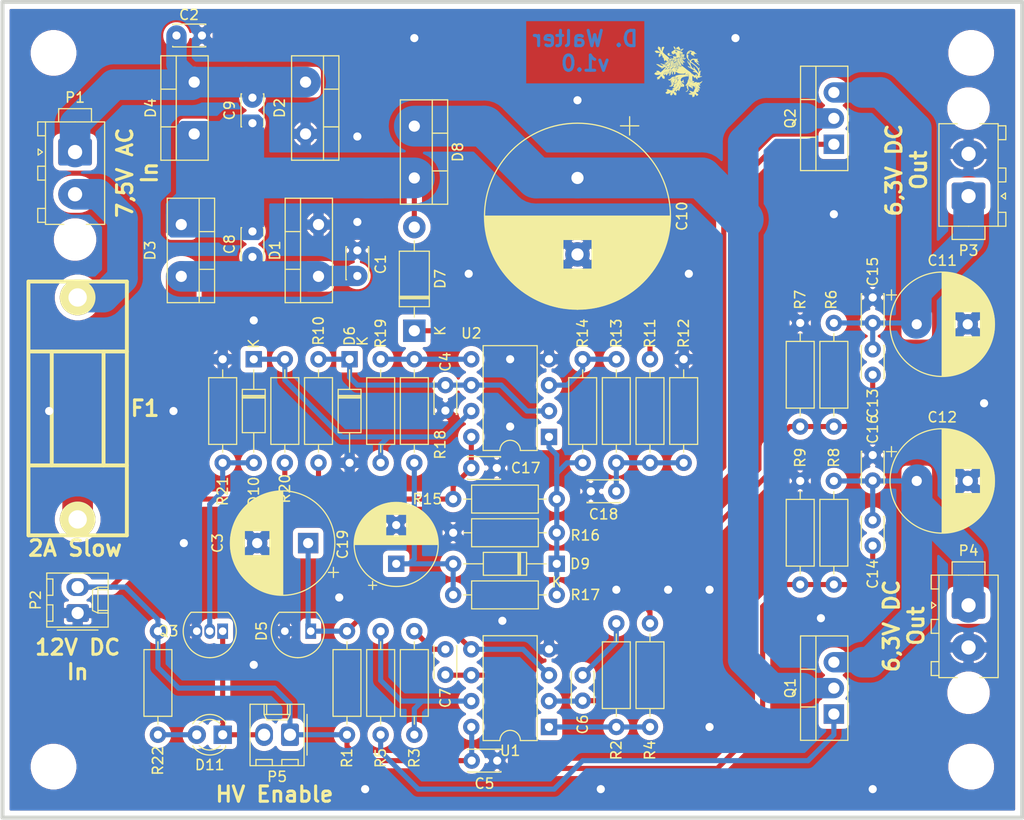
<source format=kicad_pcb>
(kicad_pcb (version 20171130) (host pcbnew "(5.1.4)-1")
  (layers (0 F.Cu signal) (31 B.Cu signal) (34 B.Paste user) (35 F.Paste user) (36 B.SilkS user) (37 F.SilkS user) (38 B.Mask user) (39 F.Mask user) (44 Edge.Cuts user))
  (net 0 "")
  (net 1 "Net-(C1-Pad1)")
  (net 2 GND)
  (net 3 "Net-(C2-Pad2)")
  (net 4 +12V)
  (net 5 "Net-(C6-Pad1)")
  (net 6 "Net-(C13-Pad1)")
  (net 7 "Net-(C7-Pad1)")
  (net 8 "Net-(C14-Pad1)")
  (net 9 "Net-(C11-Pad1)")
  (net 10 "Net-(C12-Pad1)")
  (net 11 "Net-(R2-Pad2)")
  (net 12 "Net-(R3-Pad2)")
  (net 13 /Reference)
  (net 14 /V_Unreg)
  (net 15 "Net-(Q1-Pad1)")
  (net 16 "Net-(Q2-Pad1)")
  (net 17 /Vref)
  (net 18 "Net-(C8-Pad2)")
  (net 19 "Net-(C18-Pad1)")
  (net 20 "Net-(C19-Pad1)")
  (net 21 "Net-(D7-Pad1)")
  (net 22 "Net-(D9-Pad1)")
  (net 23 "Net-(D10-Pad2)")
  (net 24 "Net-(D10-Pad1)")
  (net 25 "Net-(D11-Pad2)")
  (net 26 "Net-(D11-Pad1)")
  (net 27 "Net-(R13-Pad1)")
  (net 28 "Net-(R18-Pad2)")
  (net 29 "Net-(F1-Pad2)")
  (module Loewe:Loewe_Klein (layer F.Cu) (at 125.857 45.72)
    (fp_text reference G*** hide)
    (fp_text value LOGO hide)
  )
  (module Resistor_THT:R_Axial_DIN0207_L6.3mm_D2.5mm_P10.16mm_Horizontal (layer F.Cu) (at 74.803 100.584 270)
    (fp_text reference R22 (at 12.7 0 90) (layer F.SilkS))
    (fp_text value 47k)
    (pad 2 thru_hole oval (at 10.16 0 270) (size 1.6 1.6) (drill 0.8) (layers *.Cu *.Mask) (net 25 "Net-(D11-Pad2)"))
    (pad 1 thru_hole circle (at 0 0 270) (size 1.6 1.6) (drill 0.8) (layers *.Cu *.Mask) (net 4 +12V))
  )
  (module w_misc_comp:fuse_holder_CQ-2 (layer F.Cu) (at 66.929 78.74 180)
    (fp_text reference F1 (at -6.604 0) (layer F.SilkS) (effects (font (size 1.524 1.524) (thickness 0.3048))))
    (fp_text value "2A Slow" (at 0.254 -13.716) (layer F.SilkS) (effects (font (size 1.524 1.524) (thickness 0.3048))))
    (pad 2 thru_hole circle (at 0 10.8839 180) (size 3.50012 3.50012) (drill 1.80086) (layers *.Cu *.Mask F.SilkS) (net 29 "Net-(F1-Pad2)"))
    (pad 1 thru_hole circle (at 0 -10.8839 180) (size 3.50012 3.50012) (drill 1.80086) (layers *.Cu *.Mask F.SilkS) (net 1 "Net-(C1-Pad1)"))
  )
  (module Package_DIP:DIP-8_W7.62mm (layer F.Cu) (at 113.157 109.982 180)
    (fp_text reference U1 (at 3.81 -2.33) (layer F.SilkS))
    (fp_text value TL072)
    (pad 8 thru_hole oval (at 7.62 0 180) (size 1.6 1.6) (drill 0.8) (layers *.Cu *.Mask) (net 4 +12V))
    (pad 4 thru_hole oval (at 0 7.62 180) (size 1.6 1.6) (drill 0.8) (layers *.Cu *.Mask) (net 2 GND))
    (pad 7 thru_hole oval (at 7.62 2.54 180) (size 1.6 1.6) (drill 0.8) (layers *.Cu *.Mask) (net 12 "Net-(R3-Pad2)"))
    (pad 3 thru_hole oval (at 0 5.08 180) (size 1.6 1.6) (drill 0.8) (layers *.Cu *.Mask) (net 13 /Reference))
    (pad 6 thru_hole oval (at 7.62 5.08 180) (size 1.6 1.6) (drill 0.8) (layers *.Cu *.Mask) (net 8 "Net-(C14-Pad1)"))
    (pad 2 thru_hole oval (at 0 2.54 180) (size 1.6 1.6) (drill 0.8) (layers *.Cu *.Mask) (net 6 "Net-(C13-Pad1)"))
    (pad 5 thru_hole oval (at 7.62 7.62 180) (size 1.6 1.6) (drill 0.8) (layers *.Cu *.Mask) (net 13 /Reference))
    (pad 1 thru_hole rect (at 0 0 180) (size 1.6 1.6) (drill 0.8) (layers *.Cu *.Mask) (net 11 "Net-(R2-Pad2)"))
  )
  (module Diode_THT:D_DO-35_SOD27_P10.16mm_Horizontal (layer F.Cu) (at 84.201 73.914 270)
    (fp_text reference D10 (at 12.954 0 90) (layer F.SilkS))
    (fp_text value ZD5V6)
    (fp_text user K (at -1.524 0 90) (layer F.SilkS))
    (pad 2 thru_hole oval (at 10.16 0 270) (size 1.6 1.6) (drill 0.8) (layers *.Cu *.Mask) (net 23 "Net-(D10-Pad2)"))
    (pad 1 thru_hole rect (at 0 0 270) (size 1.6 1.6) (drill 0.8) (layers *.Cu *.Mask) (net 24 "Net-(D10-Pad1)"))
  )
  (module Diode_THT:D_DO-35_SOD27_P10.16mm_Horizontal (layer F.Cu) (at 113.919 93.98 180)
    (fp_text reference D9 (at -2.286 0) (layer F.SilkS))
    (fp_text value 1N4148)
    (fp_text user K (at 0 -1.8) (layer F.SilkS))
    (pad 2 thru_hole oval (at 10.16 0 180) (size 1.6 1.6) (drill 0.8) (layers *.Cu *.Mask) (net 20 "Net-(C19-Pad1)"))
    (pad 1 thru_hole rect (at 0 0 180) (size 1.6 1.6) (drill 0.8) (layers *.Cu *.Mask) (net 22 "Net-(D9-Pad1)"))
  )
  (module Diode_THT:D_DO-35_SOD27_P10.16mm_Horizontal (layer F.Cu) (at 93.599 73.914 270)
    (fp_text reference D6 (at -2.286 0 90) (layer F.SilkS))
    (fp_text value ZD3V9)
    (fp_text user K (at -1.778 -1.27 90) (layer F.SilkS))
    (pad 2 thru_hole oval (at 10.16 0 270) (size 1.6 1.6) (drill 0.8) (layers *.Cu *.Mask) (net 2 GND))
    (pad 1 thru_hole rect (at 0 0 270) (size 1.6 1.6) (drill 0.8) (layers *.Cu *.Mask) (net 17 /Vref))
  )
  (module EuroBoard_Outline:EuroBoard_halb_Type-I_100mmX80mm_holes (layer F.Cu) (at 59.563 118.872)
    (fp_text reference REF** hide)
    (fp_text value EuroBoard_halb_Type-I_100mmX80mm_holes)
    (fp_line (start 99.9998 0) (end 0 0) (layer Edge.Cuts) (width 0.381))
    (fp_line (start 99.9998 -79.99984) (end 99.9998 0) (layer Edge.Cuts) (width 0.381))
    (fp_line (start 0 -79.99984) (end 99.9998 -79.99984) (layer Edge.Cuts) (width 0.381))
    (fp_line (start 0 0) (end 0 -79.99984) (layer Edge.Cuts) (width 0.381))
    (pad "" np_thru_hole circle (at 95.00108 -5.00126) (size 3.50012 3.50012) (drill 3.50012) (layers *.Cu *.Mask))
    (pad "" np_thru_hole circle (at 95.00108 -75.00112) (size 3.50012 3.50012) (drill 3.50012) (layers *.Cu *.Mask))
    (pad "" np_thru_hole circle (at 5.00126 -75.00112) (size 3.50012 3.50012) (drill 3.50012) (layers *.Cu *.Mask))
    (pad "" np_thru_hole circle (at 5.00126 -5.00126) (size 3.50012 3.50012) (drill 3.50012) (layers *.Cu *.Mask))
  )
  (module Package_DIP:DIP-8_W7.62mm (layer F.Cu) (at 113.157 81.534 180)
    (fp_text reference U2 (at 7.62 10.16) (layer F.SilkS))
    (fp_text value LM393)
    (pad 8 thru_hole oval (at 7.62 0 180) (size 1.6 1.6) (drill 0.8) (layers *.Cu *.Mask) (net 4 +12V))
    (pad 4 thru_hole oval (at 0 7.62 180) (size 1.6 1.6) (drill 0.8) (layers *.Cu *.Mask) (net 2 GND))
    (pad 7 thru_hole oval (at 7.62 2.54 180) (size 1.6 1.6) (drill 0.8) (layers *.Cu *.Mask) (net 24 "Net-(D10-Pad1)"))
    (pad 3 thru_hole oval (at 0 5.08 180) (size 1.6 1.6) (drill 0.8) (layers *.Cu *.Mask) (net 27 "Net-(R13-Pad1)"))
    (pad 6 thru_hole oval (at 7.62 5.08 180) (size 1.6 1.6) (drill 0.8) (layers *.Cu *.Mask) (net 17 /Vref))
    (pad 2 thru_hole oval (at 0 2.54 180) (size 1.6 1.6) (drill 0.8) (layers *.Cu *.Mask) (net 17 /Vref))
    (pad 5 thru_hole oval (at 7.62 7.62 180) (size 1.6 1.6) (drill 0.8) (layers *.Cu *.Mask) (net 28 "Net-(R18-Pad2)"))
    (pad 1 thru_hole rect (at 0 0 180) (size 1.6 1.6) (drill 0.8) (layers *.Cu *.Mask) (net 22 "Net-(D9-Pad1)"))
  )
  (module Resistor_THT:R_Axial_DIN0207_L6.3mm_D2.5mm_P10.16mm_Horizontal (layer F.Cu) (at 81.153 84.074 90)
    (fp_text reference R21 (at -2.794 0 90) (layer F.SilkS))
    (fp_text value 10K)
    (pad 2 thru_hole oval (at 10.16 0 90) (size 1.6 1.6) (drill 0.8) (layers *.Cu *.Mask) (net 2 GND))
    (pad 1 thru_hole circle (at 0 0 90) (size 1.6 1.6) (drill 0.8) (layers *.Cu *.Mask) (net 23 "Net-(D10-Pad2)"))
  )
  (module Resistor_THT:R_Axial_DIN0207_L6.3mm_D2.5mm_P10.16mm_Horizontal (layer F.Cu) (at 87.249 84.074 90)
    (fp_text reference R20 (at -2.54 0 90) (layer F.SilkS))
    (fp_text value 10K)
    (pad 2 thru_hole oval (at 10.16 0 90) (size 1.6 1.6) (drill 0.8) (layers *.Cu *.Mask) (net 24 "Net-(D10-Pad1)"))
    (pad 1 thru_hole circle (at 0 0 90) (size 1.6 1.6) (drill 0.8) (layers *.Cu *.Mask) (net 4 +12V))
  )
  (module Resistor_THT:R_Axial_DIN0207_L6.3mm_D2.5mm_P10.16mm_Horizontal (layer F.Cu) (at 96.647 73.914 270)
    (fp_text reference R19 (at -2.54 0 90) (layer F.SilkS))
    (fp_text value 5M1)
    (pad 2 thru_hole oval (at 10.16 0 270) (size 1.6 1.6) (drill 0.8) (layers *.Cu *.Mask) (net 24 "Net-(D10-Pad1)"))
    (pad 1 thru_hole circle (at 0 0 270) (size 1.6 1.6) (drill 0.8) (layers *.Cu *.Mask) (net 28 "Net-(R18-Pad2)"))
  )
  (module Resistor_THT:R_Axial_DIN0207_L6.3mm_D2.5mm_P10.16mm_Horizontal (layer F.Cu) (at 99.949 84.074 90)
    (fp_text reference R18 (at 1.778 2.54 90) (layer F.SilkS))
    (fp_text value 10K)
    (pad 2 thru_hole oval (at 10.16 0 90) (size 1.6 1.6) (drill 0.8) (layers *.Cu *.Mask) (net 28 "Net-(R18-Pad2)"))
    (pad 1 thru_hole circle (at 0 0 90) (size 1.6 1.6) (drill 0.8) (layers *.Cu *.Mask) (net 20 "Net-(C19-Pad1)"))
  )
  (module Resistor_THT:R_Axial_DIN0207_L6.3mm_D2.5mm_P10.16mm_Horizontal (layer F.Cu) (at 113.919 97.028 180)
    (fp_text reference R17 (at -2.794 0) (layer F.SilkS))
    (fp_text value 470K)
    (pad 2 thru_hole oval (at 10.16 0 180) (size 1.6 1.6) (drill 0.8) (layers *.Cu *.Mask) (net 20 "Net-(C19-Pad1)"))
    (pad 1 thru_hole circle (at 0 0 180) (size 1.6 1.6) (drill 0.8) (layers *.Cu *.Mask) (net 22 "Net-(D9-Pad1)"))
  )
  (module Resistor_THT:R_Axial_DIN0207_L6.3mm_D2.5mm_P10.16mm_Horizontal (layer F.Cu) (at 103.759 90.932)
    (fp_text reference R16 (at 12.954 0.254) (layer F.SilkS))
    (fp_text value 10K)
    (pad 2 thru_hole oval (at 10.16 0) (size 1.6 1.6) (drill 0.8) (layers *.Cu *.Mask) (net 22 "Net-(D9-Pad1)"))
    (pad 1 thru_hole circle (at 0 0) (size 1.6 1.6) (drill 0.8) (layers *.Cu *.Mask) (net 2 GND))
  )
  (module Resistor_THT:R_Axial_DIN0207_L6.3mm_D2.5mm_P10.16mm_Horizontal (layer F.Cu) (at 113.919 87.63 180)
    (fp_text reference R15 (at 12.7 0) (layer F.SilkS))
    (fp_text value 10K)
    (pad 2 thru_hole oval (at 10.16 0 180) (size 1.6 1.6) (drill 0.8) (layers *.Cu *.Mask) (net 4 +12V))
    (pad 1 thru_hole circle (at 0 0 180) (size 1.6 1.6) (drill 0.8) (layers *.Cu *.Mask) (net 22 "Net-(D9-Pad1)"))
  )
  (module Resistor_THT:R_Axial_DIN0207_L6.3mm_D2.5mm_P10.16mm_Horizontal (layer F.Cu) (at 116.459 84.074 90)
    (fp_text reference R14 (at 12.7 0 90) (layer F.SilkS))
    (fp_text value 1M)
    (pad 2 thru_hole oval (at 10.16 0 90) (size 1.6 1.6) (drill 0.8) (layers *.Cu *.Mask) (net 27 "Net-(R13-Pad1)"))
    (pad 1 thru_hole circle (at 0 0 90) (size 1.6 1.6) (drill 0.8) (layers *.Cu *.Mask) (net 22 "Net-(D9-Pad1)"))
  )
  (module Resistor_THT:R_Axial_DIN0207_L6.3mm_D2.5mm_P10.16mm_Horizontal (layer F.Cu) (at 119.761 73.914 270)
    (fp_text reference R13 (at -2.54 0 90) (layer F.SilkS))
    (fp_text value 10K)
    (pad 2 thru_hole oval (at 10.16 0 270) (size 1.6 1.6) (drill 0.8) (layers *.Cu *.Mask) (net 19 "Net-(C18-Pad1)"))
    (pad 1 thru_hole circle (at 0 0 270) (size 1.6 1.6) (drill 0.8) (layers *.Cu *.Mask) (net 27 "Net-(R13-Pad1)"))
  )
  (module Resistor_THT:R_Axial_DIN0207_L6.3mm_D2.5mm_P10.16mm_Horizontal (layer F.Cu) (at 126.365 84.074 90)
    (fp_text reference R12 (at 12.7 0 90) (layer F.SilkS))
    (fp_text value 100K)
    (pad 2 thru_hole oval (at 10.16 0 90) (size 1.6 1.6) (drill 0.8) (layers *.Cu *.Mask) (net 2 GND))
    (pad 1 thru_hole circle (at 0 0 90) (size 1.6 1.6) (drill 0.8) (layers *.Cu *.Mask) (net 19 "Net-(C18-Pad1)"))
  )
  (module Resistor_THT:R_Axial_DIN0207_L6.3mm_D2.5mm_P10.16mm_Horizontal (layer F.Cu) (at 123.063 73.914 270)
    (fp_text reference R11 (at -2.54 0 90) (layer F.SilkS))
    (fp_text value 82K)
    (pad 2 thru_hole oval (at 10.16 0 270) (size 1.6 1.6) (drill 0.8) (layers *.Cu *.Mask) (net 19 "Net-(C18-Pad1)"))
    (pad 1 thru_hole circle (at 0 0 270) (size 1.6 1.6) (drill 0.8) (layers *.Cu *.Mask) (net 21 "Net-(D7-Pad1)"))
  )
  (module Resistor_THT:R_Axial_DIN0207_L6.3mm_D2.5mm_P10.16mm_Horizontal (layer F.Cu) (at 90.551 84.074 90)
    (fp_text reference R10 (at 12.954 0 90) (layer F.SilkS))
    (fp_text value 4K7)
    (pad 2 thru_hole oval (at 10.16 0 90) (size 1.6 1.6) (drill 0.8) (layers *.Cu *.Mask) (net 17 /Vref))
    (pad 1 thru_hole circle (at 0 0 90) (size 1.6 1.6) (drill 0.8) (layers *.Cu *.Mask) (net 4 +12V))
  )
  (module Package_TO_SOT_THT:TO-92_Inline (layer F.Cu) (at 81.153 100.584 180)
    (fp_text reference Q3 (at 5.334 0) (layer F.SilkS))
    (fp_text value BS170)
    (pad 1 thru_hole rect (at 0 0 180) (size 1.05 1.5) (drill 0.75) (layers *.Cu *.Mask) (net 26 "Net-(D11-Pad1)"))
    (pad 3 thru_hole oval (at 2.54 0 180) (size 1.05 1.5) (drill 0.75) (layers *.Cu *.Mask) (net 2 GND))
    (pad 2 thru_hole oval (at 1.27 0 180) (size 1.05 1.5) (drill 0.75) (layers *.Cu *.Mask) (net 23 "Net-(D10-Pad2)"))
  )
  (module Connector_Molex:Molex_KK-254_AE-6410-02A_1x02_P2.54mm_Vertical (layer F.Cu) (at 87.757 110.744 180)
    (fp_text reference P5 (at 1.27 -4.12) (layer F.SilkS))
    (fp_text value Relais)
    (pad 2 thru_hole oval (at 2.54 0 180) (size 1.74 2.2) (drill 1.2) (layers *.Cu *.Mask) (net 26 "Net-(D11-Pad1)"))
    (pad 1 thru_hole roundrect (at 0 0 180) (size 1.74 2.2) (drill 1.2) (layers *.Cu *.Mask) (roundrect_rratio 0.143678) (net 4 +12V))
  )
  (module LED_THT:LED_D3.0mm (layer F.Cu) (at 81.153 110.744 180)
    (fp_text reference D11 (at 1.27 -2.96) (layer F.SilkS))
    (fp_text value LED)
    (pad 2 thru_hole circle (at 2.54 0 180) (size 1.8 1.8) (drill 0.9) (layers *.Cu *.Mask) (net 25 "Net-(D11-Pad2)"))
    (pad 1 thru_hole rect (at 0 0 180) (size 1.8 1.8) (drill 0.9) (layers *.Cu *.Mask) (net 26 "Net-(D11-Pad1)"))
  )
  (module Package_TO_SOT_THT:TO-220-2_Vertical (layer F.Cu) (at 99.949 51.054 270)
    (fp_text reference D8 (at 2.54 -4.27 90) (layer F.SilkS))
    (fp_text value 18TQ045)
    (pad 2 thru_hole oval (at 5.08 0 270) (size 2 2) (drill 1.1) (layers *.Cu *.Mask) (net 18 "Net-(C8-Pad2)"))
    (pad 1 thru_hole rect (at 0 0 270) (size 2 2) (drill 1.1) (layers *.Cu *.Mask) (net 14 /V_Unreg))
  )
  (module Diode_THT:D_DO-41_SOD81_P10.16mm_Horizontal (layer F.Cu) (at 99.949 71.12 90)
    (fp_text reference D7 (at 5.08 2.54 90) (layer F.SilkS))
    (fp_text value SB190)
    (fp_text user K (at 0 2.54 90) (layer F.SilkS))
    (pad 2 thru_hole oval (at 10.16 0 90) (size 2.2 2.2) (drill 1.1) (layers *.Cu *.Mask) (net 18 "Net-(C8-Pad2)"))
    (pad 1 thru_hole rect (at 0 0 90) (size 2.2 2.2) (drill 1.1) (layers *.Cu *.Mask) (net 21 "Net-(D7-Pad1)"))
  )
  (module Capacitor_THT:CP_Radial_D8.0mm_P3.80mm (layer F.Cu) (at 98.171 93.98 90)
    (fp_text reference C19 (at 1.9 -5.25 90) (layer F.SilkS))
    (fp_text value "47µF / 16V")
    (pad 2 thru_hole circle (at 3.8 0 90) (size 1.6 1.6) (drill 0.8) (layers *.Cu *.Mask) (net 2 GND))
    (pad 1 thru_hole rect (at 0 0 90) (size 1.6 1.6) (drill 0.8) (layers *.Cu *.Mask) (net 20 "Net-(C19-Pad1)"))
  )
  (module Capacitor_THT:C_Disc_D3.0mm_W2.0mm_P2.50mm (layer F.Cu) (at 119.761 86.868 180)
    (fp_text reference C18 (at 1.25 -2.25) (layer F.SilkS))
    (fp_text value "1µF / 16V")
    (pad 2 thru_hole circle (at 2.5 0 180) (size 1.6 1.6) (drill 0.8) (layers *.Cu *.Mask) (net 2 GND))
    (pad 1 thru_hole circle (at 0 0 180) (size 1.6 1.6) (drill 0.8) (layers *.Cu *.Mask) (net 19 "Net-(C18-Pad1)"))
  )
  (module Capacitor_THT:C_Disc_D3.0mm_W2.0mm_P2.50mm (layer F.Cu) (at 105.537 84.582)
    (fp_text reference C17 (at 5.334 0) (layer F.SilkS))
    (fp_text value "100nF / 63V")
    (pad 2 thru_hole circle (at 2.5 0) (size 1.6 1.6) (drill 0.8) (layers *.Cu *.Mask) (net 2 GND))
    (pad 1 thru_hole circle (at 0 0) (size 1.6 1.6) (drill 0.8) (layers *.Cu *.Mask) (net 4 +12V))
  )
  (module Capacitor_THT:C_Disc_D3.0mm_W2.0mm_P2.50mm (layer F.Cu) (at 102.997 76.454 270)
    (fp_text reference C4 (at -2.286 0 90) (layer F.SilkS))
    (fp_text value "100nF / 63V")
    (pad 2 thru_hole circle (at 2.5 0 270) (size 1.6 1.6) (drill 0.8) (layers *.Cu *.Mask) (net 2 GND))
    (pad 1 thru_hole circle (at 0 0 270) (size 1.6 1.6) (drill 0.8) (layers *.Cu *.Mask) (net 17 /Vref))
  )
  (module Capacitor_THT:CP_Radial_D18.0mm_P7.50mm (layer F.Cu) (at 115.951 56.134 270)
    (fp_text reference C10 (at 3.75 -10.25 270) (layer F.SilkS))
    (fp_text value 33000µF/16V)
    (pad 2 thru_hole circle (at 7.5 0 270) (size 2.4 2.4) (drill 1.2) (layers *.Cu *.Mask) (net 2 GND))
    (pad 1 thru_hole rect (at 0 0 270) (size 2.4 2.4) (drill 1.2) (layers *.Cu *.Mask) (net 14 /V_Unreg))
  )
  (module Package_TO_SOT_THT:TO-220-3_Vertical (layer F.Cu) (at 141.097 52.832 90)
    (fp_text reference Q2 (at 2.54 -4.27 90) (layer F.SilkS))
    (fp_text value IRF540N)
    (pad 3 thru_hole oval (at 5.08 0 90) (size 1.905 2) (drill 1.1) (layers *.Cu *.Mask) (net 9 "Net-(C11-Pad1)"))
    (pad 2 thru_hole oval (at 2.54 0 90) (size 1.905 2) (drill 1.1) (layers *.Cu *.Mask) (net 14 /V_Unreg))
    (pad 1 thru_hole rect (at 0 0 90) (size 1.905 2) (drill 1.1) (layers *.Cu *.Mask) (net 16 "Net-(Q2-Pad1)"))
  )
  (module Package_TO_SOT_THT:TO-220-3_Vertical (layer F.Cu) (at 141.097 108.712 90)
    (fp_text reference Q1 (at 2.54 -4.27 90) (layer F.SilkS))
    (fp_text value IRF540N)
    (pad 3 thru_hole oval (at 5.08 0 90) (size 1.905 2) (drill 1.1) (layers *.Cu *.Mask) (net 10 "Net-(C12-Pad1)"))
    (pad 2 thru_hole oval (at 2.54 0 90) (size 1.905 2) (drill 1.1) (layers *.Cu *.Mask) (net 14 /V_Unreg))
    (pad 1 thru_hole rect (at 0 0 90) (size 1.905 2) (drill 1.1) (layers *.Cu *.Mask) (net 15 "Net-(Q1-Pad1)"))
  )
  (module Resistor_THT:R_Axial_DIN0207_L6.3mm_D2.5mm_P10.16mm_Horizontal (layer F.Cu) (at 137.795 85.852 270)
    (fp_text reference R9 (at -2.286 0 270) (layer F.SilkS))
    (fp_text value 1k)
    (pad 2 thru_hole oval (at 10.16 0 270) (size 1.6 1.6) (drill 0.8) (layers *.Cu *.Mask) (net 8 "Net-(C14-Pad1)"))
    (pad 1 thru_hole circle (at 0 0 270) (size 1.6 1.6) (drill 0.8) (layers *.Cu *.Mask) (net 2 GND))
  )
  (module Resistor_THT:R_Axial_DIN0207_L6.3mm_D2.5mm_P10.16mm_Horizontal (layer F.Cu) (at 141.097 96.012 90)
    (fp_text reference R8 (at 12.446 0 90) (layer F.SilkS))
    (fp_text value 4k12)
    (pad 2 thru_hole oval (at 10.16 0 90) (size 1.6 1.6) (drill 0.8) (layers *.Cu *.Mask) (net 10 "Net-(C12-Pad1)"))
    (pad 1 thru_hole circle (at 0 0 90) (size 1.6 1.6) (drill 0.8) (layers *.Cu *.Mask) (net 8 "Net-(C14-Pad1)"))
  )
  (module Resistor_THT:R_Axial_DIN0207_L6.3mm_D2.5mm_P10.16mm_Horizontal (layer F.Cu) (at 137.795 70.358 270)
    (fp_text reference R7 (at -2.286 0 270) (layer F.SilkS))
    (fp_text value 1k)
    (pad 2 thru_hole oval (at 10.16 0 270) (size 1.6 1.6) (drill 0.8) (layers *.Cu *.Mask) (net 6 "Net-(C13-Pad1)"))
    (pad 1 thru_hole circle (at 0 0 270) (size 1.6 1.6) (drill 0.8) (layers *.Cu *.Mask) (net 2 GND))
  )
  (module Resistor_THT:R_Axial_DIN0207_L6.3mm_D2.5mm_P10.16mm_Horizontal (layer F.Cu) (at 141.097 80.518 90)
    (fp_text reference R6 (at 12.446 -0.254 90) (layer F.SilkS))
    (fp_text value 4k12)
    (pad 2 thru_hole oval (at 10.16 0 90) (size 1.6 1.6) (drill 0.8) (layers *.Cu *.Mask) (net 9 "Net-(C11-Pad1)"))
    (pad 1 thru_hole circle (at 0 0 90) (size 1.6 1.6) (drill 0.8) (layers *.Cu *.Mask) (net 6 "Net-(C13-Pad1)"))
  )
  (module Resistor_THT:R_Axial_DIN0207_L6.3mm_D2.5mm_P10.16mm_Horizontal (layer F.Cu) (at 96.647 110.744 90)
    (fp_text reference R5 (at -2.286 0 90) (layer F.SilkS))
    (fp_text value 1k)
    (pad 2 thru_hole oval (at 10.16 0 90) (size 1.6 1.6) (drill 0.8) (layers *.Cu *.Mask) (net 12 "Net-(R3-Pad2)"))
    (pad 1 thru_hole circle (at 0 0 90) (size 1.6 1.6) (drill 0.8) (layers *.Cu *.Mask) (net 15 "Net-(Q1-Pad1)"))
  )
  (module Resistor_THT:R_Axial_DIN0207_L6.3mm_D2.5mm_P10.16mm_Horizontal (layer F.Cu) (at 123.063 99.822 270)
    (fp_text reference R4 (at 12.446 0 270) (layer F.SilkS))
    (fp_text value 1k)
    (pad 2 thru_hole oval (at 10.16 0 270) (size 1.6 1.6) (drill 0.8) (layers *.Cu *.Mask) (net 11 "Net-(R2-Pad2)"))
    (pad 1 thru_hole circle (at 0 0 270) (size 1.6 1.6) (drill 0.8) (layers *.Cu *.Mask) (net 16 "Net-(Q2-Pad1)"))
  )
  (module Resistor_THT:R_Axial_DIN0207_L6.3mm_D2.5mm_P10.16mm_Horizontal (layer F.Cu) (at 99.949 100.584 270)
    (fp_text reference R3 (at 12.446 0 270) (layer F.SilkS))
    (fp_text value 100R)
    (pad 2 thru_hole oval (at 10.16 0 270) (size 1.6 1.6) (drill 0.8) (layers *.Cu *.Mask) (net 12 "Net-(R3-Pad2)"))
    (pad 1 thru_hole circle (at 0 0 270) (size 1.6 1.6) (drill 0.8) (layers *.Cu *.Mask) (net 7 "Net-(C7-Pad1)"))
  )
  (module Resistor_THT:R_Axial_DIN0207_L6.3mm_D2.5mm_P10.16mm_Horizontal (layer F.Cu) (at 119.761 99.822 270)
    (fp_text reference R2 (at 12.446 0 270) (layer F.SilkS))
    (fp_text value 100R)
    (pad 2 thru_hole oval (at 10.16 0 270) (size 1.6 1.6) (drill 0.8) (layers *.Cu *.Mask) (net 11 "Net-(R2-Pad2)"))
    (pad 1 thru_hole circle (at 0 0 270) (size 1.6 1.6) (drill 0.8) (layers *.Cu *.Mask) (net 5 "Net-(C6-Pad1)"))
  )
  (module Resistor_THT:R_Axial_DIN0207_L6.3mm_D2.5mm_P10.16mm_Horizontal (layer F.Cu) (at 93.345 110.744 90)
    (fp_text reference R1 (at -2.286 0 90) (layer F.SilkS))
    (fp_text value 22k)
    (pad 2 thru_hole oval (at 10.16 0 90) (size 1.6 1.6) (drill 0.8) (layers *.Cu *.Mask) (net 13 /Reference))
    (pad 1 thru_hole circle (at 0 0 90) (size 1.6 1.6) (drill 0.8) (layers *.Cu *.Mask) (net 4 +12V))
  )
  (module Connector_TE-Connectivity:TE_MATE-N-LOK_1-770866-x_1x02_P4.14mm_Vertical (layer F.Cu) (at 154.305 98.044)
    (fp_text reference P4 (at 0 -5.35) (layer F.SilkS))
    (fp_text value 6V3_DC_2)
    (pad "" np_thru_hole circle (at 0 8.58) (size 3.18 3.18) (drill 3.18) (layers *.Cu *.Mask))
    (pad 2 thru_hole oval (at 0 4.14) (size 3.3 2.64) (drill 1.4) (layers *.Cu *.Mask) (net 2 GND))
    (pad 1 thru_hole roundrect (at 0 0) (size 3.3 2.64) (drill 1.4) (layers *.Cu *.Mask) (roundrect_rratio 0.094697) (net 10 "Net-(C12-Pad1)"))
  )
  (module Connector_TE-Connectivity:TE_MATE-N-LOK_1-770866-x_1x02_P4.14mm_Vertical (layer F.Cu) (at 154.305 57.912 180)
    (fp_text reference P3 (at 0 -5.35 180) (layer F.SilkS))
    (fp_text value 6V3_DC_1)
    (pad "" np_thru_hole circle (at 0 8.58 180) (size 3.18 3.18) (drill 3.18) (layers *.Cu *.Mask))
    (pad 2 thru_hole oval (at 0 4.14 180) (size 3.3 2.64) (drill 1.4) (layers *.Cu *.Mask) (net 2 GND))
    (pad 1 thru_hole roundrect (at 0 0 180) (size 3.3 2.64) (drill 1.4) (layers *.Cu *.Mask) (roundrect_rratio 0.094697) (net 9 "Net-(C11-Pad1)"))
  )
  (module Connector_Molex:Molex_KK-254_AE-6410-02A_1x02_P2.54mm_Vertical (layer F.Cu) (at 66.929 98.806 90)
    (fp_text reference P2 (at 1.27 -4.12 270) (layer F.SilkS))
    (fp_text value 12V_DC)
    (pad 2 thru_hole oval (at 2.54 0 90) (size 1.74 2.2) (drill 1.2) (layers *.Cu *.Mask) (net 4 +12V))
    (pad 1 thru_hole roundrect (at 0 0 90) (size 1.74 2.2) (drill 1.2) (layers *.Cu *.Mask) (roundrect_rratio 0.143678) (net 2 GND))
  )
  (module Connector_TE-Connectivity:TE_MATE-N-LOK_1-770866-x_1x02_P4.14mm_Vertical (layer F.Cu) (at 66.675 53.594)
    (fp_text reference P1 (at 0 -5.35) (layer F.SilkS))
    (fp_text value 7V5_AC)
    (pad "" np_thru_hole circle (at 0 8.58) (size 3.18 3.18) (drill 3.18) (layers *.Cu *.Mask))
    (pad 2 thru_hole oval (at 0 4.14) (size 3.3 2.64) (drill 1.4) (layers *.Cu *.Mask) (net 29 "Net-(F1-Pad2)"))
    (pad 1 thru_hole roundrect (at 0 0) (size 3.3 2.64) (drill 1.4) (layers *.Cu *.Mask) (roundrect_rratio 0.094697) (net 3 "Net-(C2-Pad2)"))
  )
  (module Package_TO_SOT_THT:TO-92-2 (layer F.Cu) (at 89.789 100.584 180)
    (fp_text reference D5 (at 4.826 0 270) (layer F.SilkS))
    (fp_text value LM385Z-1.2)
    (pad 1 thru_hole rect (at 0 0 180) (size 1.05 1.5) (drill 0.75) (layers *.Cu *.Mask) (net 13 /Reference))
    (pad 2 thru_hole oval (at 2.54 0 180) (size 1.05 1.5) (drill 0.75) (layers *.Cu *.Mask) (net 2 GND))
  )
  (module Package_TO_SOT_THT:TO-220-2_Vertical (layer F.Cu) (at 78.359 51.816 90)
    (fp_text reference D4 (at 2.54 -4.27 90) (layer F.SilkS))
    (fp_text value 18TQ045)
    (pad 2 thru_hole oval (at 5.08 0 90) (size 2 2) (drill 1.1) (layers *.Cu *.Mask) (net 3 "Net-(C2-Pad2)"))
    (pad 1 thru_hole rect (at 0 0 90) (size 2 2) (drill 1.1) (layers *.Cu *.Mask) (net 18 "Net-(C8-Pad2)"))
  )
  (module Package_TO_SOT_THT:TO-220-2_Vertical (layer F.Cu) (at 77.089 60.706 270)
    (fp_text reference D3 (at 2.54 3.048 270) (layer F.SilkS))
    (fp_text value 18TQ045)
    (pad 2 thru_hole oval (at 5.08 0 270) (size 2 2) (drill 1.1) (layers *.Cu *.Mask) (net 1 "Net-(C1-Pad1)"))
    (pad 1 thru_hole rect (at 0 0 270) (size 2 2) (drill 1.1) (layers *.Cu *.Mask) (net 18 "Net-(C8-Pad2)"))
  )
  (module Package_TO_SOT_THT:TO-220-2_Vertical (layer F.Cu) (at 89.281 46.736 270)
    (fp_text reference D2 (at 2.54 2.54 270) (layer F.SilkS))
    (fp_text value 18TQ045)
    (pad 2 thru_hole oval (at 5.08 0 270) (size 2 2) (drill 1.1) (layers *.Cu *.Mask) (net 2 GND))
    (pad 1 thru_hole rect (at 0 0 270) (size 2 2) (drill 1.1) (layers *.Cu *.Mask) (net 3 "Net-(C2-Pad2)"))
  )
  (module Package_TO_SOT_THT:TO-220-2_Vertical (layer F.Cu) (at 90.551 65.786 90)
    (fp_text reference D1 (at 2.54 -4.27 90) (layer F.SilkS))
    (fp_text value 18TQ045)
    (pad 2 thru_hole oval (at 5.08 0 90) (size 2 2) (drill 1.1) (layers *.Cu *.Mask) (net 2 GND))
    (pad 1 thru_hole rect (at 0 0 90) (size 2 2) (drill 1.1) (layers *.Cu *.Mask) (net 1 "Net-(C1-Pad1)"))
  )
  (module Capacitor_THT:C_Disc_D3.0mm_W2.0mm_P2.50mm (layer F.Cu) (at 144.907 83.312 270)
    (fp_text reference C16 (at -2.54 0 270) (layer F.SilkS))
    (fp_text value 100nF)
    (pad 2 thru_hole circle (at 2.5 0 270) (size 1.6 1.6) (drill 0.8) (layers *.Cu *.Mask) (net 10 "Net-(C12-Pad1)"))
    (pad 1 thru_hole circle (at 0 0 270) (size 1.6 1.6) (drill 0.8) (layers *.Cu *.Mask) (net 2 GND))
  )
  (module Capacitor_THT:C_Disc_D3.0mm_W2.0mm_P2.50mm (layer F.Cu) (at 144.907 67.858 270)
    (fp_text reference C15 (at -2.54 0 270) (layer F.SilkS))
    (fp_text value 100nF)
    (pad 2 thru_hole circle (at 2.5 0 270) (size 1.6 1.6) (drill 0.8) (layers *.Cu *.Mask) (net 9 "Net-(C11-Pad1)"))
    (pad 1 thru_hole circle (at 0 0 270) (size 1.6 1.6) (drill 0.8) (layers *.Cu *.Mask) (net 2 GND))
  )
  (module Capacitor_THT:C_Disc_D3.0mm_W2.0mm_P2.50mm (layer F.Cu) (at 144.907 92.202 90)
    (fp_text reference C14 (at -2.794 0 90) (layer F.SilkS))
    (fp_text value 1nF)
    (pad 2 thru_hole circle (at 2.5 0 90) (size 1.6 1.6) (drill 0.8) (layers *.Cu *.Mask) (net 10 "Net-(C12-Pad1)"))
    (pad 1 thru_hole circle (at 0 0 90) (size 1.6 1.6) (drill 0.8) (layers *.Cu *.Mask) (net 8 "Net-(C14-Pad1)"))
  )
  (module Capacitor_THT:C_Disc_D3.0mm_W2.0mm_P2.50mm (layer F.Cu) (at 144.907 75.438 90)
    (fp_text reference C13 (at -2.794 0 90) (layer F.SilkS))
    (fp_text value 1nF)
    (pad 2 thru_hole circle (at 2.5 0 90) (size 1.6 1.6) (drill 0.8) (layers *.Cu *.Mask) (net 9 "Net-(C11-Pad1)"))
    (pad 1 thru_hole circle (at 0 0 90) (size 1.6 1.6) (drill 0.8) (layers *.Cu *.Mask) (net 6 "Net-(C13-Pad1)"))
  )
  (module Capacitor_THT:CP_Radial_D10.0mm_P5.00mm (layer F.Cu) (at 149.225 85.852)
    (fp_text reference C12 (at 2.5 -6.25) (layer F.SilkS))
    (fp_text value 680µF)
    (pad 2 thru_hole circle (at 5 0) (size 2 2) (drill 1) (layers *.Cu *.Mask) (net 2 GND))
    (pad 1 thru_hole rect (at 0 0) (size 2 2) (drill 1) (layers *.Cu *.Mask) (net 10 "Net-(C12-Pad1)"))
  )
  (module Capacitor_THT:CP_Radial_D10.0mm_P5.00mm (layer F.Cu) (at 149.225 70.485)
    (fp_text reference C11 (at 2.5 -6.25) (layer F.SilkS))
    (fp_text value 680µF)
    (pad 2 thru_hole circle (at 5 0) (size 2 2) (drill 1) (layers *.Cu *.Mask) (net 2 GND))
    (pad 1 thru_hole rect (at 0 0) (size 2 2) (drill 1) (layers *.Cu *.Mask) (net 9 "Net-(C11-Pad1)"))
  )
  (module Capacitor_THT:C_Disc_D3.0mm_W2.0mm_P2.50mm (layer F.Cu) (at 84.074 50.76 90)
    (fp_text reference C9 (at 1.25 -2.25 90) (layer F.SilkS))
    (fp_text value 22nF)
    (pad 2 thru_hole circle (at 2.5 0 90) (size 1.6 1.6) (drill 0.8) (layers *.Cu *.Mask) (net 3 "Net-(C2-Pad2)"))
    (pad 1 thru_hole circle (at 0 0 90) (size 1.6 1.6) (drill 0.8) (layers *.Cu *.Mask) (net 18 "Net-(C8-Pad2)"))
  )
  (module Capacitor_THT:C_Disc_D3.0mm_W2.0mm_P2.50mm (layer F.Cu) (at 84.074 63.881 90)
    (fp_text reference C8 (at 1.25 -2.25 90) (layer F.SilkS))
    (fp_text value 22nF)
    (pad 2 thru_hole circle (at 2.5 0 90) (size 1.6 1.6) (drill 0.8) (layers *.Cu *.Mask) (net 18 "Net-(C8-Pad2)"))
    (pad 1 thru_hole circle (at 0 0 90) (size 1.6 1.6) (drill 0.8) (layers *.Cu *.Mask) (net 1 "Net-(C1-Pad1)"))
  )
  (module Capacitor_THT:C_Disc_D3.0mm_W2.0mm_P2.50mm (layer F.Cu) (at 102.997 102.362 270)
    (fp_text reference C7 (at 4.786 0 270) (layer F.SilkS))
    (fp_text value 1nF)
    (pad 2 thru_hole circle (at 2.5 0 270) (size 1.6 1.6) (drill 0.8) (layers *.Cu *.Mask) (net 8 "Net-(C14-Pad1)"))
    (pad 1 thru_hole circle (at 0 0 270) (size 1.6 1.6) (drill 0.8) (layers *.Cu *.Mask) (net 7 "Net-(C7-Pad1)"))
  )
  (module Capacitor_THT:C_Disc_D3.0mm_W2.0mm_P2.50mm (layer F.Cu) (at 116.459 104.902 270)
    (fp_text reference C6 (at 4.826 0 270) (layer F.SilkS))
    (fp_text value 1nF)
    (pad 2 thru_hole circle (at 2.5 0 270) (size 1.6 1.6) (drill 0.8) (layers *.Cu *.Mask) (net 6 "Net-(C13-Pad1)"))
    (pad 1 thru_hole circle (at 0 0 270) (size 1.6 1.6) (drill 0.8) (layers *.Cu *.Mask) (net 5 "Net-(C6-Pad1)"))
  )
  (module Capacitor_THT:C_Disc_D3.0mm_W2.0mm_P2.50mm (layer F.Cu) (at 108.077 113.284 180)
    (fp_text reference C5 (at 1.25 -2.25 180) (layer F.SilkS))
    (fp_text value 100nF)
    (pad 2 thru_hole circle (at 2.5 0 180) (size 1.6 1.6) (drill 0.8) (layers *.Cu *.Mask) (net 4 +12V))
    (pad 1 thru_hole circle (at 0 0 180) (size 1.6 1.6) (drill 0.8) (layers *.Cu *.Mask) (net 2 GND))
  )
  (module Capacitor_THT:CP_Radial_D10.0mm_P5.00mm (layer F.Cu) (at 89.535 91.948 180)
    (fp_text reference C3 (at 8.89 0 270) (layer F.SilkS))
    (fp_text value 680µF/16V)
    (pad 2 thru_hole circle (at 5 0 180) (size 2 2) (drill 1) (layers *.Cu *.Mask) (net 2 GND))
    (pad 1 thru_hole rect (at 0 0 180) (size 2 2) (drill 1) (layers *.Cu *.Mask) (net 13 /Reference))
  )
  (module Capacitor_THT:C_Disc_D3.0mm_W2.0mm_P2.50mm (layer F.Cu) (at 79.121 42.164 180)
    (fp_text reference C2 (at 1.27 2.032 180) (layer F.SilkS))
    (fp_text value 22nF)
    (pad 2 thru_hole circle (at 2.5 0 180) (size 1.6 1.6) (drill 0.8) (layers *.Cu *.Mask) (net 3 "Net-(C2-Pad2)"))
    (pad 1 thru_hole circle (at 0 0 180) (size 1.6 1.6) (drill 0.8) (layers *.Cu *.Mask) (net 2 GND))
  )
  (module Capacitor_THT:C_Disc_D3.0mm_W2.0mm_P2.50mm (layer F.Cu) (at 94.361 65.746 90)
    (fp_text reference C1 (at 1.143 2.286 90) (layer F.SilkS))
    (fp_text value 22nF)
    (pad 2 thru_hole circle (at 2.5 0 90) (size 1.6 1.6) (drill 0.8) (layers *.Cu *.Mask) (net 2 GND))
    (pad 1 thru_hole circle (at 0 0 90) (size 1.6 1.6) (drill 0.8) (layers *.Cu *.Mask) (net 1 "Net-(C1-Pad1)"))
  )
  (gr_text "6,3V DC\nOut" (at 147.955 100.076 90) (layer F.SilkS) (effects (font (size 1.5 1.5) (thickness 0.3))))
  (gr_text "6,3V DC\nOut" (at 148.209 55.372 90) (layer F.SilkS) (effects (font (size 1.5 1.5) (thickness 0.3))))
  (gr_text "7,5V AC\nIn" (at 72.771 55.626 90) (layer F.SilkS) (effects (font (size 1.5 1.5) (thickness 0.3))))
  (gr_text "HV Enable" (at 86.233 116.586) (layer F.SilkS) (effects (font (size 1.5 1.5) (thickness 0.3))))
  (gr_text "12V DC\nIn" (at 66.929 103.378) (layer F.SilkS) (effects (font (size 1.5 1.5) (thickness 0.3))))
  (gr_text "D. Walter\nv1.0" (at 116.713 43.688) (layer B.Cu) (effects (font (size 1.5 1.5) (thickness 0.3)) (justify mirror)))
  (segment (start 90.591 65.746) (end 90.551 65.786) (width 2) (layer B.Cu) (net 1))
  (segment (start 94.361 65.746) (end 90.591 65.746) (width 2) (layer B.Cu) (net 1))
  (segment (start 84.074 65.405) (end 83.693 65.786) (width 2) (layer B.Cu) (net 1))
  (segment (start 84.074 63.881) (end 84.074 65.405) (width 2) (layer B.Cu) (net 1))
  (segment (start 77.089 65.786) (end 83.693 65.786) (width 3) (layer B.Cu) (net 1))
  (segment (start 83.693 65.786) (end 90.551 65.786) (width 3) (layer B.Cu) (net 1))
  (segment (start 77.089 71.374) (end 77.089 65.786) (width 3) (layer F.Cu) (net 1))
  (segment (start 66.929 89.6239) (end 66.929 81.534) (width 3) (layer F.Cu) (net 1))
  (segment (start 66.929 81.534) (end 77.089 71.374) (width 3) (layer F.Cu) (net 1))
  (via (at 119.761 96.52) (size 1.5) (drill 0.8) (layers F.Cu B.Cu) (net 2))
  (via (at 124.841 96.52) (size 1.5) (drill 0.8) (layers F.Cu B.Cu) (net 2))
  (via (at 128.905 96.52) (size 1.5) (drill 0.8) (layers F.Cu B.Cu) (net 2))
  (via (at 92.583 97.282) (size 1.5) (drill 0.8) (layers F.Cu B.Cu) (net 2))
  (via (at 76.327 78.994) (size 1.5) (drill 0.8) (layers F.Cu B.Cu) (net 2))
  (via (at 94.361 60.452) (size 1.5) (drill 0.8) (layers F.Cu B.Cu) (net 2))
  (via (at 94.361 52.07) (size 1.5) (drill 0.8) (layers F.Cu B.Cu) (net 2))
  (via (at 105.283 65.532) (size 1.5) (drill 0.8) (layers F.Cu B.Cu) (net 2))
  (via (at 109.347 73.914) (size 1.5) (drill 0.8) (layers F.Cu B.Cu) (net 2))
  (via (at 109.347 80.518) (size 1.5) (drill 0.8) (layers F.Cu B.Cu) (net 2))
  (via (at 108.585 99.568) (size 1.5) (drill 0.8) (layers F.Cu B.Cu) (net 2))
  (via (at 126.873 65.532) (size 1.5) (drill 0.8) (layers F.Cu B.Cu) (net 2))
  (via (at 115.951 48.514) (size 1.5) (drill 0.8) (layers F.Cu B.Cu) (net 2))
  (via (at 141.097 59.69) (size 1.5) (drill 0.8) (layers F.Cu B.Cu) (net 2))
  (via (at 155.829 78.232) (size 1.5) (drill 0.8) (layers F.Cu B.Cu) (net 2))
  (via (at 144.907 116.078) (size 1.5) (drill 0.8) (layers F.Cu B.Cu) (net 2))
  (via (at 139.827 99.314) (size 1.5) (drill 0.8) (layers F.Cu B.Cu) (net 2))
  (via (at 128.905 109.982) (size 1.5) (drill 0.8) (layers F.Cu B.Cu) (net 2))
  (via (at 84.201 103.886) (size 1.5) (drill 0.8) (layers F.Cu B.Cu) (net 2))
  (via (at 99.949 42.418) (size 1.5) (drill 0.8) (layers F.Cu B.Cu) (net 2))
  (via (at 131.445 42.418) (size 1.5) (drill 0.8) (layers F.Cu B.Cu) (net 2))
  (via (at 64.135 78.994) (size 1.5) (drill 0.8) (layers F.Cu B.Cu) (net 2))
  (via (at 84.201 70.104) (size 1.5) (drill 0.8) (layers F.Cu B.Cu) (net 2))
  (via (at 118.237 116.078) (size 1.5) (drill 0.8) (layers F.Cu B.Cu) (net 2))
  (via (at 95.123 116.078) (size 1.5) (drill 0.8) (layers F.Cu B.Cu) (net 2))
  (via (at 77.343 91.948) (size 1.5) (drill 0.8) (layers F.Cu B.Cu) (net 2))
  (segment (start 76.621 44.998) (end 78.359 46.736) (width 2) (layer B.Cu) (net 3))
  (segment (start 76.621 42.164) (end 76.621 44.998) (width 2) (layer B.Cu) (net 3))
  (segment (start 78.105 46.99) (end 78.359 46.736) (width 3) (layer B.Cu) (net 3))
  (segment (start 70.485 46.99) (end 78.105 46.99) (width 3) (layer B.Cu) (net 3))
  (segment (start 66.675 53.594) (end 66.675 50.8) (width 3) (layer B.Cu) (net 3))
  (segment (start 66.675 50.8) (end 70.485 46.99) (width 3) (layer B.Cu) (net 3))
  (segment (start 83.68137 46.736) (end 83.439 46.736) (width 2) (layer B.Cu) (net 3))
  (segment (start 84.074 47.12863) (end 83.68137 46.736) (width 2) (layer B.Cu) (net 3))
  (segment (start 84.074 48.26) (end 84.074 47.12863) (width 2) (layer B.Cu) (net 3))
  (segment (start 78.359 46.736) (end 83.439 46.736) (width 3) (layer B.Cu) (net 3))
  (segment (start 83.439 46.736) (end 89.281 46.736) (width 3) (layer B.Cu) (net 3))
  (segment (start 105.537 84.582) (end 105.537 81.534) (width 0.5) (layer F.Cu) (net 4))
  (segment (start 105.577 110.022) (end 105.537 109.982) (width 0.5) (layer B.Cu) (net 4))
  (segment (start 105.577 113.284) (end 105.577 110.022) (width 0.5) (layer B.Cu) (net 4))
  (segment (start 104.44563 113.284) (end 105.577 113.284) (width 0.5) (layer F.Cu) (net 4))
  (segment (start 94.75363 113.284) (end 104.44563 113.284) (width 0.5) (layer F.Cu) (net 4))
  (segment (start 93.345 111.87537) (end 94.75363 113.284) (width 0.5) (layer F.Cu) (net 4))
  (segment (start 93.345 110.744) (end 93.345 111.87537) (width 0.5) (layer F.Cu) (net 4))
  (segment (start 70.231 96.266) (end 66.929 96.266) (width 0.5) (layer F.Cu) (net 4))
  (segment (start 68.961 96.266) (end 66.929 96.266) (width 0.5) (layer B.Cu) (net 4))
  (segment (start 92.21363 110.744) (end 87.757 110.744) (width 0.5) (layer B.Cu) (net 4))
  (segment (start 93.345 110.744) (end 92.21363 110.744) (width 0.5) (layer B.Cu) (net 4))
  (segment (start 71.36237 96.266) (end 70.739 96.266) (width 0.5) (layer B.Cu) (net 4))
  (segment (start 70.739 96.266) (end 66.929 96.266) (width 0.5) (layer B.Cu) (net 4))
  (segment (start 71.61637 96.266) (end 70.739 96.266) (width 0.5) (layer B.Cu) (net 4))
  (segment (start 74.803 99.45263) (end 71.61637 96.266) (width 0.5) (layer B.Cu) (net 4))
  (segment (start 74.803 100.584) (end 74.803 99.45263) (width 0.5) (layer B.Cu) (net 4))
  (segment (start 74.803 104.14) (end 74.803 100.584) (width 0.5) (layer B.Cu) (net 4))
  (segment (start 76.835 106.172) (end 74.803 104.14) (width 0.5) (layer B.Cu) (net 4))
  (segment (start 86.233 106.172) (end 76.835 106.172) (width 0.5) (layer B.Cu) (net 4))
  (segment (start 87.757 110.744) (end 87.757 107.696) (width 0.5) (layer B.Cu) (net 4))
  (segment (start 87.757 107.696) (end 86.233 106.172) (width 0.5) (layer B.Cu) (net 4))
  (segment (start 103.759 86.36) (end 105.537 84.582) (width 0.5) (layer F.Cu) (net 4))
  (segment (start 103.759 87.63) (end 103.759 86.36) (width 0.5) (layer F.Cu) (net 4))
  (segment (start 78.867 87.63) (end 77.978 88.519) (width 0.5) (layer F.Cu) (net 4))
  (segment (start 77.978 88.519) (end 70.231 96.266) (width 0.5) (layer F.Cu) (net 4))
  (segment (start 87.249 86.614) (end 86.233 87.63) (width 0.5) (layer F.Cu) (net 4))
  (segment (start 87.249 84.074) (end 87.249 86.614) (width 0.5) (layer F.Cu) (net 4))
  (segment (start 86.233 87.63) (end 78.867 87.63) (width 0.5) (layer F.Cu) (net 4))
  (segment (start 90.551 86.614) (end 89.535 87.63) (width 0.5) (layer F.Cu) (net 4))
  (segment (start 90.551 84.074) (end 90.551 86.614) (width 0.5) (layer F.Cu) (net 4))
  (segment (start 103.759 87.63) (end 89.535 87.63) (width 0.5) (layer F.Cu) (net 4))
  (segment (start 89.535 87.63) (end 86.233 87.63) (width 0.5) (layer F.Cu) (net 4))
  (segment (start 116.459 104.902) (end 119.761 101.6) (width 0.5) (layer B.Cu) (net 5))
  (segment (start 119.761 101.6) (end 119.761 99.822) (width 0.5) (layer B.Cu) (net 5))
  (segment (start 141.097 80.518) (end 137.795 80.518) (width 0.5) (layer F.Cu) (net 6))
  (segment (start 142.367 80.518) (end 141.097 80.518) (width 0.5) (layer F.Cu) (net 6))
  (segment (start 144.907 75.438) (end 144.907 77.978) (width 0.5) (layer F.Cu) (net 6))
  (segment (start 144.907 77.978) (end 142.367 80.518) (width 0.5) (layer F.Cu) (net 6))
  (segment (start 116.419 107.442) (end 116.459 107.402) (width 0.5) (layer B.Cu) (net 6))
  (segment (start 113.157 107.442) (end 116.419 107.442) (width 0.5) (layer B.Cu) (net 6))
  (segment (start 124.881 107.402) (end 116.459 107.402) (width 0.5) (layer F.Cu) (net 6))
  (segment (start 136.779 80.518) (end 134.747 82.55) (width 0.5) (layer F.Cu) (net 6))
  (segment (start 137.795 80.518) (end 136.779 80.518) (width 0.5) (layer F.Cu) (net 6))
  (segment (start 134.747 82.55) (end 134.747 85.09) (width 0.5) (layer F.Cu) (net 6))
  (segment (start 134.747 85.09) (end 127.127 92.71) (width 0.5) (layer F.Cu) (net 6))
  (segment (start 127.127 92.71) (end 127.127 105.156) (width 0.5) (layer F.Cu) (net 6))
  (segment (start 127.127 105.156) (end 124.881 107.402) (width 0.5) (layer F.Cu) (net 6))
  (segment (start 101.727 102.362) (end 99.949 100.584) (width 0.5) (layer F.Cu) (net 7))
  (segment (start 102.997 102.362) (end 101.727 102.362) (width 0.5) (layer F.Cu) (net 7))
  (segment (start 141.097 96.012) (end 137.795 96.012) (width 0.5) (layer F.Cu) (net 8))
  (segment (start 142.621 96.012) (end 141.097 96.012) (width 0.5) (layer F.Cu) (net 8))
  (segment (start 144.907 92.202) (end 144.907 93.726) (width 0.5) (layer F.Cu) (net 8))
  (segment (start 144.907 93.726) (end 142.621 96.012) (width 0.5) (layer F.Cu) (net 8))
  (segment (start 103.251 104.902) (end 102.997 104.648) (width 0.5) (layer F.Cu) (net 8))
  (segment (start 103.037 104.902) (end 102.997 104.862) (width 0.5) (layer F.Cu) (net 8))
  (segment (start 105.537 104.902) (end 103.037 104.902) (width 0.5) (layer F.Cu) (net 8))
  (segment (start 112.141 114.046) (end 109.601 111.506) (width 0.5) (layer F.Cu) (net 8))
  (segment (start 129.667 114.046) (end 112.141 114.046) (width 0.5) (layer F.Cu) (net 8))
  (segment (start 134.112 109.601) (end 129.667 114.046) (width 0.5) (layer F.Cu) (net 8))
  (segment (start 134.112 98.171) (end 134.112 109.601) (width 0.5) (layer F.Cu) (net 8))
  (segment (start 137.795 96.012) (end 136.271 96.012) (width 0.5) (layer F.Cu) (net 8))
  (segment (start 136.271 96.012) (end 134.112 98.171) (width 0.5) (layer F.Cu) (net 8))
  (segment (start 109.601 111.506) (end 109.601 106.172) (width 0.5) (layer F.Cu) (net 8))
  (segment (start 109.601 106.172) (end 108.331 104.902) (width 0.5) (layer F.Cu) (net 8))
  (segment (start 108.331 104.902) (end 105.537 104.902) (width 0.5) (layer F.Cu) (net 8))
  (segment (start 149.18448 70.40448) (end 149.18448 67.31) (width 3) (layer B.Cu) (net 9))
  (segment (start 154.31516 57.9501) (end 154.31516 62.17932) (width 3) (layer B.Cu) (net 9))
  (segment (start 154.31516 62.17932) (end 149.18448 67.31) (width 3) (layer B.Cu) (net 9))
  (segment (start 149.18448 70.40448) (end 149.265 70.485) (width 1) (layer B.Cu) (net 9))
  (segment (start 141.097 70.358) (end 144.907 70.358) (width 0.5) (layer B.Cu) (net 9))
  (segment (start 144.907 72.938) (end 144.907 70.358) (width 0.5) (layer B.Cu) (net 9))
  (segment (start 149.098 70.358) (end 149.225 70.485) (width 0.5) (layer B.Cu) (net 9))
  (segment (start 144.907 70.358) (end 149.098 70.358) (width 0.5) (layer B.Cu) (net 9))
  (segment (start 141.097 47.752) (end 145.669 47.752) (width 2) (layer B.Cu) (net 9))
  (segment (start 149.18448 51.26748) (end 149.18448 67.31) (width 3) (layer B.Cu) (net 9))
  (segment (start 143.891 47.752) (end 145.669 47.752) (width 3) (layer B.Cu) (net 9))
  (segment (start 145.669 47.752) (end 149.18448 51.26748) (width 3) (layer B.Cu) (net 9))
  (segment (start 154.29484 98.2599) (end 154.29484 93.164352) (width 3) (layer B.Cu) (net 10))
  (segment (start 154.29484 93.164352) (end 149.265 88.134512) (width 3) (layer B.Cu) (net 10))
  (segment (start 149.265 88.134512) (end 149.265 85.725) (width 3) (layer B.Cu) (net 10))
  (segment (start 144.867 85.852) (end 144.907 85.812) (width 0.5) (layer B.Cu) (net 10))
  (segment (start 141.097 85.852) (end 144.867 85.852) (width 0.5) (layer B.Cu) (net 10))
  (segment (start 149.185 85.812) (end 149.225 85.852) (width 0.5) (layer B.Cu) (net 10))
  (segment (start 144.907 89.702) (end 144.907 85.812) (width 0.5) (layer B.Cu) (net 10))
  (segment (start 144.947 85.852) (end 144.907 85.812) (width 0.5) (layer B.Cu) (net 10))
  (segment (start 149.225 85.852) (end 144.947 85.852) (width 0.5) (layer B.Cu) (net 10))
  (segment (start 144.653 103.632) (end 141.097 103.632) (width 2) (layer B.Cu) (net 10))
  (segment (start 144.653 103.632) (end 143.891 103.632) (width 3) (layer B.Cu) (net 10))
  (segment (start 149.225 85.852) (end 149.225 99.06) (width 3) (layer B.Cu) (net 10))
  (segment (start 149.225 99.06) (end 144.653 103.632) (width 3) (layer B.Cu) (net 10))
  (segment (start 123.063 109.982) (end 119.761 109.982) (width 0.5) (layer B.Cu) (net 11))
  (segment (start 119.761 109.982) (end 113.157 109.982) (width 0.5) (layer B.Cu) (net 11))
  (segment (start 98.679 107.442) (end 96.647 105.41) (width 0.5) (layer B.Cu) (net 12))
  (segment (start 96.647 100.584) (end 96.647 105.41) (width 0.5) (layer B.Cu) (net 12))
  (segment (start 99.949 108.204) (end 100.711 107.442) (width 0.5) (layer B.Cu) (net 12))
  (segment (start 99.949 110.744) (end 99.949 108.204) (width 0.5) (layer B.Cu) (net 12))
  (segment (start 105.537 107.442) (end 100.711 107.442) (width 0.5) (layer B.Cu) (net 12))
  (segment (start 100.711 107.442) (end 98.679 107.442) (width 0.5) (layer B.Cu) (net 12))
  (segment (start 110.617 102.362) (end 105.537 102.362) (width 0.5) (layer B.Cu) (net 13))
  (segment (start 113.157 104.902) (end 110.617 102.362) (width 0.5) (layer B.Cu) (net 13))
  (segment (start 93.345 100.584) (end 89.789 100.584) (width 0.5) (layer B.Cu) (net 13))
  (segment (start 89.535 100.33) (end 89.789 100.584) (width 0.5) (layer B.Cu) (net 13))
  (segment (start 89.535 91.948) (end 89.535 100.33) (width 0.5) (layer B.Cu) (net 13))
  (segment (start 101.727 98.552) (end 105.537 102.362) (width 0.5) (layer F.Cu) (net 13))
  (segment (start 93.345 100.584) (end 95.377 98.552) (width 0.5) (layer F.Cu) (net 13))
  (segment (start 95.377 98.552) (end 101.727 98.552) (width 0.5) (layer F.Cu) (net 13))
  (segment (start 136.661 50.292) (end 141.097 50.292) (width 2) (layer B.Cu) (net 14))
  (segment (start 137.541 106.172) (end 141.097 106.172) (width 2) (layer B.Cu) (net 14))
  (segment (start 138.303 50.292) (end 134.493 50.292) (width 3) (layer B.Cu) (net 14))
  (segment (start 134.493 50.292) (end 132.207 52.578) (width 3) (layer B.Cu) (net 14))
  (segment (start 128.143 56.134) (end 132.207 60.198) (width 4) (layer B.Cu) (net 14))
  (segment (start 115.951 56.134) (end 128.143 56.134) (width 4) (layer B.Cu) (net 14))
  (segment (start 132.207 52.578) (end 132.207 60.198) (width 3) (layer B.Cu) (net 14))
  (segment (start 135.001 106.172) (end 138.049 106.172) (width 3) (layer B.Cu) (net 14))
  (segment (start 132.207 60.198) (end 132.207 103.378) (width 3) (layer B.Cu) (net 14))
  (segment (start 132.207 103.378) (end 135.001 106.172) (width 3) (layer B.Cu) (net 14))
  (segment (start 111.887 56.134) (end 115.951 56.134) (width 4) (layer B.Cu) (net 14))
  (segment (start 99.949 51.054) (end 106.807 51.054) (width 4) (layer B.Cu) (net 14))
  (segment (start 106.807 51.054) (end 111.887 56.134) (width 4) (layer B.Cu) (net 14))
  (segment (start 96.647 112.395) (end 96.647 110.744) (width 0.5) (layer B.Cu) (net 15))
  (segment (start 141.097 110.744) (end 138.557 113.284) (width 0.5) (layer B.Cu) (net 15))
  (segment (start 138.557 113.284) (end 116.459 113.284) (width 0.5) (layer B.Cu) (net 15))
  (segment (start 141.097 108.712) (end 141.097 110.744) (width 0.5) (layer B.Cu) (net 15))
  (segment (start 116.459 113.284) (end 113.665 116.078) (width 0.5) (layer B.Cu) (net 15))
  (segment (start 113.665 116.078) (end 100.33 116.078) (width 0.5) (layer B.Cu) (net 15))
  (segment (start 100.33 116.078) (end 96.647 112.395) (width 0.5) (layer B.Cu) (net 15))
  (segment (start 135.509 52.832) (end 141.097 52.832) (width 0.5) (layer F.Cu) (net 16))
  (segment (start 130.302 58.039) (end 135.509 52.832) (width 0.5) (layer F.Cu) (net 16))
  (segment (start 130.302 84.455) (end 130.302 58.039) (width 0.5) (layer F.Cu) (net 16))
  (segment (start 122.936 98.56363) (end 122.936 91.821) (width 0.5) (layer F.Cu) (net 16))
  (segment (start 123.063 98.69063) (end 122.936 98.56363) (width 0.5) (layer F.Cu) (net 16))
  (segment (start 123.063 99.822) (end 123.063 98.69063) (width 0.5) (layer F.Cu) (net 16))
  (segment (start 122.936 91.821) (end 130.302 84.455) (width 0.5) (layer F.Cu) (net 16))
  (segment (start 102.997 76.454) (end 105.537 76.454) (width 0.5) (layer B.Cu) (net 17))
  (segment (start 110.998 78.994) (end 113.157 78.994) (width 0.5) (layer B.Cu) (net 17))
  (segment (start 105.537 76.454) (end 108.458 76.454) (width 0.5) (layer B.Cu) (net 17))
  (segment (start 108.458 76.454) (end 110.998 78.994) (width 0.5) (layer B.Cu) (net 17))
  (segment (start 93.599 75.692) (end 93.599 73.914) (width 0.5) (layer B.Cu) (net 17))
  (segment (start 102.997 76.454) (end 94.361 76.454) (width 0.5) (layer B.Cu) (net 17))
  (segment (start 94.361 76.454) (end 93.599 75.692) (width 0.5) (layer B.Cu) (net 17))
  (segment (start 90.551 73.914) (end 93.599 73.914) (width 0.5) (layer B.Cu) (net 17))
  (segment (start 96.647 56.134) (end 95.232787 56.134) (width 4) (layer B.Cu) (net 18))
  (segment (start 95.232787 56.134) (end 82.677 56.134) (width 4) (layer B.Cu) (net 18))
  (segment (start 95.232787 56.134) (end 99.949 56.134) (width 4) (layer B.Cu) (net 18))
  (segment (start 99.949 60.96) (end 99.949 56.134) (width 0.5) (layer F.Cu) (net 18))
  (segment (start 126.365 84.074) (end 119.761 84.074) (width 0.5) (layer B.Cu) (net 19))
  (segment (start 119.761 84.074) (end 119.761 86.868) (width 0.5) (layer B.Cu) (net 19))
  (segment (start 99.471 93.98) (end 103.759 93.98) (width 0.5) (layer B.Cu) (net 20))
  (segment (start 98.171 93.98) (end 99.471 93.98) (width 0.5) (layer B.Cu) (net 20))
  (segment (start 103.759 97.028) (end 103.759 93.98) (width 0.5) (layer B.Cu) (net 20))
  (segment (start 99.949 93.502) (end 99.471 93.98) (width 0.5) (layer B.Cu) (net 20))
  (segment (start 99.949 84.074) (end 99.949 93.502) (width 0.5) (layer B.Cu) (net 20))
  (segment (start 123.063 71.882) (end 123.063 73.914) (width 0.5) (layer F.Cu) (net 21))
  (segment (start 99.949 71.12) (end 122.301 71.12) (width 0.5) (layer F.Cu) (net 21))
  (segment (start 122.301 71.12) (end 123.063 71.882) (width 0.5) (layer F.Cu) (net 21))
  (segment (start 114.935 84.074) (end 113.919 85.09) (width 0.5) (layer B.Cu) (net 22))
  (segment (start 116.459 84.074) (end 114.935 84.074) (width 0.5) (layer B.Cu) (net 22))
  (segment (start 113.157 82.55) (end 113.157 81.534) (width 0.5) (layer B.Cu) (net 22))
  (segment (start 113.919 85.09) (end 113.919 83.312) (width 0.5) (layer B.Cu) (net 22))
  (segment (start 113.919 83.312) (end 113.157 82.55) (width 0.5) (layer B.Cu) (net 22))
  (segment (start 113.919 85.09) (end 113.919 97.028) (width 0.5) (layer B.Cu) (net 22))
  (segment (start 84.201 84.074) (end 81.153 84.074) (width 0.5) (layer B.Cu) (net 23))
  (segment (start 81.153 86.868) (end 81.153 84.074) (width 0.5) (layer B.Cu) (net 23))
  (segment (start 79.883 88.138) (end 80.264 87.757) (width 0.5) (layer B.Cu) (net 23))
  (segment (start 79.883 100.584) (end 79.883 88.138) (width 0.5) (layer B.Cu) (net 23))
  (segment (start 80.264 87.757) (end 81.153 86.868) (width 0.5) (layer B.Cu) (net 23))
  (segment (start 96.647 82.296) (end 97.409 81.534) (width 0.5) (layer B.Cu) (net 24))
  (segment (start 96.647 84.074) (end 96.647 82.296) (width 0.5) (layer B.Cu) (net 24))
  (segment (start 104.737001 79.793999) (end 105.537 78.994) (width 0.5) (layer B.Cu) (net 24))
  (segment (start 97.409 81.534) (end 102.997 81.534) (width 0.5) (layer B.Cu) (net 24))
  (segment (start 102.997 81.534) (end 104.737001 79.793999) (width 0.5) (layer B.Cu) (net 24))
  (segment (start 84.201 73.914) (end 87.249 73.914) (width 0.5) (layer B.Cu) (net 24))
  (segment (start 87.249 75.946) (end 87.249 73.914) (width 0.5) (layer B.Cu) (net 24))
  (segment (start 97.409 81.534) (end 92.837 81.534) (width 0.5) (layer B.Cu) (net 24))
  (segment (start 92.837 81.534) (end 87.249 75.946) (width 0.5) (layer B.Cu) (net 24))
  (segment (start 74.803 110.744) (end 78.613 110.744) (width 0.5) (layer B.Cu) (net 25))
  (segment (start 81.153 110.744) (end 81.153 100.584) (width 0.5) (layer F.Cu) (net 26))
  (segment (start 81.153 110.744) (end 85.217 110.744) (width 0.5) (layer F.Cu) (net 26))
  (segment (start 119.761 73.914) (end 116.459 73.914) (width 0.5) (layer B.Cu) (net 27))
  (segment (start 116.459 74.93) (end 116.459 73.914) (width 0.5) (layer B.Cu) (net 27))
  (segment (start 113.157 76.454) (end 114.935 76.454) (width 0.5) (layer B.Cu) (net 27))
  (segment (start 114.935 76.454) (end 116.459 74.93) (width 0.5) (layer B.Cu) (net 27))
  (segment (start 96.647 73.914) (end 99.949 73.914) (width 0.5) (layer B.Cu) (net 28))
  (segment (start 99.949 73.914) (end 105.537 73.914) (width 0.5) (layer B.Cu) (net 28))
  (segment (start 68.940477 57.734) (end 66.675 57.734) (width 3) (layer B.Cu) (net 29))
  (segment (start 71.325 60.118523) (end 68.940477 57.734) (width 3) (layer B.Cu) (net 29))
  (segment (start 71.325 65.962) (end 71.325 60.118523) (width 3) (layer B.Cu) (net 29))
  (segment (start 69.469 67.818) (end 71.325 65.962) (width 3) (layer B.Cu) (net 29))
  (segment (start 66.929 67.8561) (end 66.9671 67.818) (width 3) (layer B.Cu) (net 29))
  (segment (start 66.9671 67.818) (end 69.469 67.818) (width 3) (layer B.Cu) (net 29))
  (zone (net 2) (net_name GND) (layer B.Cu) (connect_pads (clearance 0.5)) (min_thickness 0.254) (fill yes (arc_segments 16) (thermal_gap 0.254) (thermal_bridge_width 1))
    (polygon (pts (xy 159.385 118.618) (xy 59.817 118.618) (xy 59.817 39.116) (xy 159.385 39.116)))
  )
  (zone (net 18) (net_name "Net-(C8-Pad2)") (layer B.Cu) (priority 1) (connect_pads yes (clearance 0.5)) (min_thickness 0.254) (fill yes (arc_segments 16) (thermal_gap 0.508) (thermal_bridge_width 0.508) (smoothing chamfer) (radius 0.5))
    (polygon (pts (xy 76.581 50.546) (xy 76.581 55.118) (xy 76.581 58.166) (xy 75.565 58.166) (xy 75.565 61.976) (xy 81.153 61.976) (xy 81.153 62.23) (xy 85.217 62.23) (xy 85.217 49.911) (xy 81.153 49.911) (xy 81.153 50.546)))
  )
  (zone (net 2) (net_name GND) (layer F.Cu) (connect_pads (clearance 0.5)) (min_thickness 0.254) (fill yes (arc_segments 16) (thermal_gap 0.254) (thermal_bridge_width 1))
    (polygon (pts (xy 159.385 118.618) (xy 59.817 118.618) (xy 59.817 39.116) (xy 159.385 39.116)))
  )
)
</source>
